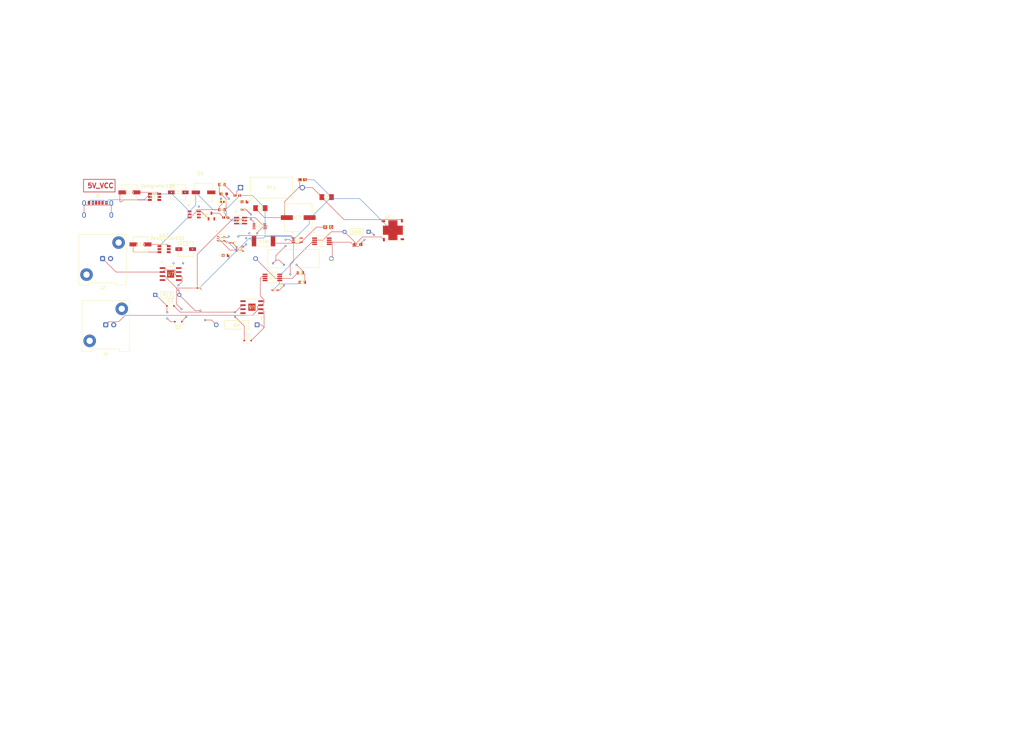
<source format=kicad_pcb>
(kicad_pcb (version 20240108) (generator "pcbnew") (generator_version "8.0")
  (layers (0 "F.Cu" signal "Front") (1 "In1.Cu" signal) (2 "In2.Cu" signal) (31 "B.Cu" signal "Back") (34 "B.Paste" user) (35 "F.Paste" user) (36 "B.SilkS" user "B.Silkscreen") (37 "F.SilkS" user "F.Silkscreen") (38 "B.Mask" user) (39 "F.Mask" user) (44 "Edge.Cuts" user))
  (net 0 "")
  (net 1 "GND")
  (net 2 "5V_VCC")
  (net 3 "Net-(C2-Pad1)")
  (net 4 "Net-(C3-Pad1)")
  (net 5 "Net-(C15-Pad1)")
  (net 6 "Net-(U4-OUTPUT)")
  (net 7 "Net-(U4-INVERTINGINPUT)")
  (net 8 "Net-(D3-K)")
  (net 9 "Net-(U14-1Y)")
  (net 10 "Net-(U10-Y)")
  (net 11 "Net-(U9-A)")
  (net 12 "Net-(U11-CAP-)")
  (net 13 "Net-(U11-CAP+)")
  (net 14 "Net-(U13-CAP-)")
  (net 15 "Net-(U13-CAP+)")
  (net 16 "-5V_VEE1")
  (net 17 "Net-(U11-OUT)")
  (net 18 "-5V_VEE2")
  (net 19 "Net-(U13-OUT)")
  (net 20 "Net-(D1-A)")
  (net 21 "Net-(D1-K)")
  (net 22 "Net-(D2-K)")
  (net 23 "unconnected-(J1-SHIELD-PadS1)")
  (net 26 "Net-(J2-In)")
  (net 28 "Net-(J4-In)")
  (net 30 "Net-(R1-Pad2)")
  (net 31 "Net-(U4-NONINVERTINGINPUT)")
  (net 32 "Net-(U5-INVERTINGINPUT)")
  (net 33 "Net-(U1-FB)")
  (net 34 "Net-(U8-IN-)")
  (net 35 "Net-(U1-LX)")
  (net 52 "Net-(U10-A)")
  (net 53 "Net-(U10-B)")
  (net 55 "Net-(U12-IN)")
  (footprint "ul_CRG0603F100K:RES0603_CRG_TYCO_TYC-M" (layer "F.Cu") (at 58.8001 47.5)
    (property "Reference" "R3")
    (property "Value" "CRG0603F100K")
  )
  (footprint "ul_CRG0603F100K:RES0603_CRG_TYCO_TYC-M" (layer "F.Cu") (at 83.6999 75.5 180)
    (property "Reference" "R5")
    (property "Value" "CRG0603F10K")
  )
  (footprint "Connector_Coaxial:BNC_Amphenol_031-5539_Vertical" (layer "F.Cu") (at 22 92)
    (property "Reference" "J4")
    (property "Value" "Conn_Coaxial_Small")
  )
  (footprint "ul_GRM0335C1E100JA01D:G-033_MUR-M" (layer "F.Cu") (at 65.4826 55.5)
    (property "Reference" "C9")
    (property "Value" "GRM0335C1E100JA01D")
  )
  (footprint "footprints:SOT23_2P9X1P3_DIO-L" (layer "F.Cu") (at 55.5 57.5)
    (property "Reference" "U2")
    (property "Value" "ZHCS500TA")
  )
  (footprint "ul_EEE-FK1H101P:CAP_8 X 10.2_PAN" (layer "F.Cu") (at 83 58)
    (property "Reference" "C7")
    (property "Value" "EEE-FK1H101P")
  )
  (footprint "ul_C0603C510J5GACTU:CAPC17595_87N_KEM-M" (layer "F.Cu") (at 84.329399 46)
    (property "Reference" "C15")
    (property "Value" "C0603C510J5GACTU")
  )
  (footprint "ul_RNC50J1341BSB14:ERC50_VIS" (layer "F.Cu") (at 105.31 62.5 180)
    (property "Reference" "R10")
    (property "Value" "RNC50J1341BSB14")
  )
  (footprint "ul_OPA354AIDDA:DDA8_2P28X2P28-M" (layer "F.Cu") (at 68.32575 86.405 180)
    (property "Reference" "U6")
    (property "Value" "OPA354AIDDA")
  )
  (footprint "SN74AHC1G00DCKR:DCK5-L" (layer "F.Cu") (at 64.5 68)
    (property "Reference" "U9")
    (property "Value" "SN74AHC1G00DCKR")
  )
  (footprint "ul_06031A100JAT2A:CAP_0603G_AVX-M" (layer "F.Cu") (at 101.9017 66.5 180)
    (property "Reference" "C6")
    (property "Value" "06031A100JAT2A")
  )
  (footprint "MICROFC-60035-SMT-TR1:XDCR_MICROFC-60035-SMT-TR1" (layer "F.Cu") (at 113 62)
    (property "Reference" "U3")
    (property "Value" "MICROFC-60035-SMT-TR1")
  )
  (footprint "ul_MAX5025EUT-T:21-0058I_MXM-M" (layer "F.Cu") (at 50.03315 57)
    (property "Reference" "U1")
    (property "Value" "MAX5025EUT+T")
  )
  (footprint "ul_ECH-U1H103GX5:CAP_H2_PAN-M" (layer "F.Cu") (at 71 55)
    (property "Reference" "C4")
    (property "Value" "ECH-U1H103GX5")
  )
  (footprint "ul_GRM0335C1E100JA01D:G-033_MUR" (layer "F.Cu") (at 62 66)
    (property "Reference" "C10")
    (property "Value" "GRM0335C1E100JA01D")
  )
  (footprint "M55342E06B400BRT0:M55342&slash_12_VIS-M" (layer "F.Cu") (at 60 70)
    (property "Reference" "REF**")
    (property "Value" "M55342/12_VIS")
  )
  (footprint "ul_ERJ-6GEYJ204V:RC0805N_PAN-M" (layer "F.Cu") (at 92.5 61)
    (property "Reference" "R16")
    (property "Value" "ERJ-6GEYJ204V")
  )
  (footprint "ul_OPA695IDGKT:DGK8-M" (layer "F.Cu") (at 74.81775 76.974999 180)
    (property "Reference" "U5")
    (property "Value" "OPA695IDGKT")
  )
  (footprint "ul_ERJ-3EKF2002V:RC0603N_PAN-M" (layer "F.Cu") (at 59.379399 50.5)
    (property "Reference" "R1")
    (property "Value" "ERJ-3EKF2002V")
  )
  (footprint "SN74LVC2G02DCUR:DCU8_TEX-M" (layer "F.Cu") (at 70.6764 60.750001 180)
    (property "Reference" "U14")
    (property "Value" "SN74LVC2G02DCUR")
  )
  (footprint "ul_ROX3SJ10R:res2_1-1625892-1_TEC" (layer "F.Cu") (at 93.499999 71 180)
    (property "Reference" "R7")
    (property "Value" "ROX3SJ10R")
  )
  (footprint "ul_LM2664M6X-NOPB:DBV0006A_M" (layer "F.Cu") (at 40.5 68)
    (property "Reference" "U13")
    (property "Value" "LM2664M6X/NOPB")
  )
  (footprint "ul_EEE-1HA3R3SR:CAP_EEE_B_PAN" (layer "F.Cu") (at 45 50 180)
    (property "Reference" "C13")
    (property "Value" "EEE-1HA3R3SR")
  )
  (footprint "ul_CRG0603F100K:RES0603_CRG_TYCO_TYC-M" (layer "F.Cu") (at 58.8001 55.5)
    (property "Reference" "R6")
    (property "Value" "CRG0603F10K")
  )
  (footprint "Connector_Coaxial:BNC_Amphenol_031-5539_Vertical" (layer "F.Cu") (at 21 71)
    (property "Reference" "J2")
    (property "Value" "Conn_Coaxial_Small")
  )
  (footprint "M55342E06B400BRT0:M55342&slash_12_VIS-M" (layer "F.Cu") (at 66 53)
    (property "Reference" "REF**")
    (property "Value" "M55342/12_VIS")
  )
  (footprint "ul_CRG0402F20K:RES0402_CRG_TYCO_TYC-M" (layer "F.Cu") (at 59.0207 53)
    (property "Reference" "R18")
    (property "Value" "CRG0402F20K")
  )
  (footprint "Connector_USB:USB_C_Receptacle_GCT_USB4125-xx-x-0190_6P_TopMnt_Horizontal" (layer "F.Cu") (at 19.4595 56.3705)
    (property "Reference" "J1")
    (property "Value" "USB_C_Receptacle_PowerOnly_6P")
  )
  (footprint "ul_EEE-FK1V220R:CAP_EEFK_C_PAN" (layer "F.Cu") (at 53 50 180)
    (property "Reference" "C1")
    (property "Value" "EEE-FK1V220R")
  )
  (footprint "ul_TLV3601QDCKRQ1:SC70-5_DCK_TEX-M" (layer "F.Cu") (at 82.72555 65.149999)
    (property "Reference" "U8")
    (property "Value" "TLV3601QDCKRQ1")
  )
  (footprint "ul_GRM0335C1E100JA01D:G-033_MUR-M" (layer "F.Cu") (at 51.504951 80.350001)
    (property "Reference" "C8")
    (property "Value" "GRM0335C1E100JA01D")
  )
  (footprint "Diode_SMD:D_SOD-323F" (layer "F.Cu") (at 67 97)
    (property "Reference" "D1")
    (property "Value" "BAT54J")
  )
  (footprint "ul_LM2664M6X-NOPB:DBV0006A_M" (layer "F.Cu") (at 37.475001 51.450001)
    (property "Reference" "U11")
    (property "Value" "LM2664M6X/NOPB")
  )
  (footprint "ul_ERJ-1TYJ202U:RC2512N_PAN-M" (layer "F.Cu") (at 72 65.5 180)
    (property "Reference" "R14")
    (property "Value" "ERJ-1TYJ202U")
  )
  (footprint "ul_OPA354AIDDA:DDA8_2P28X2P28" (layer "F.Cu") (at 42.5654 75.905)
    (property "Reference" "U7")
    (property "Value" "OPA354AIDDA")
  )
  (footprint "ul_ECH-U1H103GX5:CAP_H2_PAN-M" (layer "F.Cu") (at 92.0113 51.5)
    (property "Reference" "C5")
    (property "Value" "ECH-U1H103GX5")
  )
  (footprint "SN74AHC1G00DCKR:DCK5-L" (layer "F.Cu") (at 58.52235 64.649999)
    (property "Reference" "U10")
    (property "Value" "SN74AHC1G00DCKR")
  )
  (footprint "ul_GRM155R60J475ME87D:CAP_GRM15-5_MUR-M" (layer "F.Cu") (at 60 58)
    (property "Reference" "C2")
    (property "Value" "GRM155R60J475ME87D")
  )
  (footprint "ul_ERJ-2GEJ202X:RC0402N_PAN-M" (layer "F.Cu") (at 75.654399 81 180)
    (property "Reference" "R4")
    (property "Value" "ERJ-2GEJ202X")
  )
  (footprint "ul_GRM155R60J106ME05D:CAP_GRM155R60J106ME05D_MUR-M" (layer "F.Cu") (at 63.6985 51)
    (property "Reference" "C3")
    (property "Value" "GRM155R60J106ME05D")
  )
  (footprint "Diode_SMD:D_SOD-323F" (layer "F.Cu") (at 42.5 86)
    (property "Reference" "D2")
    (property "Value" "BAT54J")
  )
  (footprint "ul_EEE-1HA3R3SR:CAP_EEE_B_PAN" (layer "F.Cu") (at 47.341 68 180)
    (property "Reference" "C14")
    (property "Value" "EEE-1HA3R3SR")
  )
  (footprint "ul_CMF552K2300BHEB:RES_CMF07_VIS" (layer "F.Cu") (at 69.977 92 180)
    (property "Reference" "R9")
    (property "Value" "CMF552K2300BHEB")
  )
  (footprint "ul_RNC50J1341BSB14:ERC50_VIS" (layer "F.Cu") (at 37.69 82.5)
    (property "Reference" "R13")
    (property "Value" "RNC50J1341BSB14")
  )
  (footprint "Diode_SMD:D_SOD-323F" (layer "F.Cu") (at 45 91 180)
    (property "Reference" "D3")
    (property "Value" "BAT54J")
  )
  (footprint "ul_CRG0603F100K:RES0603_CRG_TYCO_TYC-M" (layer "F.Cu") (at 84.3001 78.5)
    (property "Reference" "R2")
    (property "Value" "CRG0603F10K")
  )
  (footprint "ul_ADG1201BRJZ-REEL7:RJ_6_ADI-M" (layer "F.Cu") (at 64.73 58.950001)
    (property "Reference" "U12")
    (property "Value" "ADG1201BRJZ-REEL7")
  )
  (footprint "ul_OPA695IDGKT:DGK8-M" (layer "F.Cu") (at 90.5 65.5)
    (property "Reference" "U4")
    (property "Value" "OPA695IDGKT")
  )
  (footprint "ul_UPW50B50RV:RES_UPW50_TYCO_TYC" (layer "F.Cu") (at 64.70957 48.5)
    (property "Reference" "R11")
    (property "Value" "UPW50B500RV")
  )
  (footprint "ul_EEE-1HA3R3SR:CAP_EEE_B_PAN-M" (layer "F.Cu") (at 33 66.5 180)
    (property "Reference" "C12")
    (property "Value" "EEE-1HA3R3SR")
  )
  (footprint "ul_EEE-1HA3R3SR:CAP_EEE_B_PAN-M" (layer "F.Cu") (at 29.5 50 180)
    (property "Reference" "C11")
    (property "Value" "EEE-1HA3R3SR")
  )
  (gr_text_box "5V_VCC\n" (start 14.9595 45.8705) (end 24.9595 49.8705) (layer "F.Cu") (effects (font (size 1.5 1.5) (thickness 0.3) (bold yes)) (justify left top)) (border yes) (stroke (width 0.2)))
  (via (at 59.2126 70) (size 0.6) (drill 0.3) (layers "F.Cu" "B.Cu") (net 0))
  (segment (start 22.1245 53.2055) (end 22.2095 53.2905) (width 0.127) (layer "F.Cu") (net 1))
  (via (at 22.1245 53.2055) (size 0.6) (drill 0.3) (layers "F.Cu" "B.Cu") (net 1))
  (segment (start 72.5 55) (end 72.5 60) (width 0.127) (layer "B.Cu") (net 1))
  (segment (start 63.5 68.5) (end 60.5 65.5) (width 0.127) (layer "B.Cu") (net 1))
  (segment (start 50.5 54) (end 50.5 50) (width 0.127) (layer "B.Cu") (net 1))
  (segment (start 17 53) (end 16.5 53.5) (width 0.127) (layer "B.Cu") (net 1))
  (segment (start 60.5 55) (end 64.5 51) (width 0.127) (layer "B.Cu") (net 1))
  (segment (start 60.5 71.5) (end 61 71) (width 0.127) (layer "B.Cu") (net 1))
  (segment (start 22.1245 53.2055) (end 23 52.33) (width 0.127) (layer "B.Cu") (net 1))
  (segment (start 72.5 64) (end 80.5 64) (width 0.127) (layer "B.Cu") (net 1))
  (segment (start 60 55) (end 60.5 55) (width 0.127) (layer "B.Cu") (net 1))
  (segment (start 62 59) (end 63.5 59) (width 0.127) (layer "B.Cu") (net 1))
  (segment (start 94 52) (end 102.5 52) (width 0.127) (layer "B.Cu") (net 1))
  (segment (start 77 76.5) (end 77 79) (width 0.127) (layer "B.Cu") (net 1))
  (segment (start 81.5 72) (end 77 76.5) (width 0.127) (layer "B.Cu") (net 1))
  (segment (start 48.5 56) (end 50.5 54) (width 0.127) (layer "B.Cu") (net 1))
  (segment (start 93.5 51.5) (end 94 52) (width 0.127) (layer "B.Cu") (net 1))
  (segment (start 64.5 51) (end 68.5 51) (width 0.127) (layer "B.Cu") (net 1))
  (segment (start 48 57.5) (end 48 58) (width 0.127) (layer "B.Cu") (net 1))
  (segment (start 36 50.5) (end 43 50.5) (width 0.127) (layer "B.Cu") (net 1))
  (segment (start 48 58) (end 39 67) (width 0.127) (layer "B.Cu") (net 1))
  (segment (start 93.5 51.5) (end 88 46) (width 0.127) (layer "B.Cu") (net 1))
  (segment (start 61 58) (end 62 59) (width 0.127) (layer "B.Cu") (net 1))
  (segment (start 77 79) (end 83 79) (width 0.127) (layer "B.Cu") (net 1))
  (segment (start 21.419 52.5) (end 17 52.5) (width 0.127) (layer "B.Cu") (net 1))
  (segment (start 102.5 52) (end 112.5 62) (width 0.127) (layer "B.Cu") (net 1))
  (segment (start 68.5 51) (end 72.5 55) (width 0.127) (layer "B.Cu") (net 1))
  (segment (start 72 64.5) (end 67.5 64.5) (width 0.127) (layer "B.Cu") (net 1))
  (segment (start 52 80.5) (end 52.5 81) (width 0.127) (layer "B.Cu") (net 1))
  (segment (start 34.17 52.33) (end 36 50.5) (width 0.127) (layer "B.Cu") (net 1))
  (segment (start 81.5 65) (end 81.5 72) (width 0.127) (layer "B.Cu") (net 1))
  (segment (start 72.5 64) (end 72 64.5) (width 0.127) (layer "B.Cu") (net 1))
  (segment (start 86.5 58.5) (end 93.5 51.5) (width 0.127) (layer "B.Cu") (net 1))
  (segment (start 56 55.5) (end 59.5 55.5) (width 0.127) (layer "B.Cu") (net 1))
  (segment (start 72.5 60) (end 72.5 64) (width 0.127) (layer "B.Cu") (net 1))
  (segment (start 52 80) (end 52 80.5) (width 0.127) (layer "B.Cu") (net 1))
  (segment (start 22.1245 53.2055) (end 21.419 52.5) (width 0.127) (layer "B.Cu") (net 1))
  (segment (start 63.5 68.5) (end 60.5 71.5) (width 0.127) (layer "B.Cu") (net 1))
  (segment (start 68.5 65.5) (end 69 65.5) (width 0.127) (layer "B.Cu") (net 1))
  (segment (start 59.5 55.5) (end 59.5 56.5) (width 0.127) (layer "B.Cu") (net 1))
  (segment (start 48.5 57) (end 48 57.5) (width 0.127) (layer "B.Cu") (net 1))
  (segment (start 88 46) (end 85 46) (width 0.127) (layer "B.Cu") (net 1))
  (segment (start 63.5 59) (end 63.5 60) (width 0.127) (layer "B.Cu") (net 1))
  (segment (start 67.5 64.5) (end 63.5 68.5) (width 0.127) (layer "B.Cu") (net 1))
  (segment (start 48.5 56) (end 48.5 57) (width 0.127) (layer "B.Cu") (net 1))
  (segment (start 80.5 64) (end 81.5 65) (width 0.127) (layer "B.Cu") (net 1))
  (segment (start 23 52.33) (end 34.17 52.33) (width 0.127) (layer "B.Cu") (net 1))
  (segment (start 86.5 60) (end 86.5 58.5) (width 0.127) (layer "B.Cu") (net 1))
  (segment (start 43 50.5) (end 48.5 56) (width 0.127) (layer "B.Cu") (net 1))
  (segment (start 50.5 50) (end 56 55.5) (width 0.127) (layer "B.Cu") (net 1))
  (segment (start 17 52.5) (end 17 53) (width 0.127) (layer "B.Cu") (net 1))
  (segment (start 60.5 65.5) (end 57.5 65.5) (width 0.127) (layer "B.Cu") (net 1))
  (segment (start 77 79) (end 75 81) (width 0.127) (layer "B.Cu") (net 1))
  (segment (start 67.5 64.5) (end 68.5 65.5) (width 0.127) (layer "B.Cu") (net 1))
  (segment (start 59.5 56.5) (end 61 58) (width 0.127) (layer "B.Cu") (net 1))
  (segment (start 61 71) (end 61 70) (width 0.127) (layer "B.Cu") (net 1))
  (segment (start 59.5 55.5) (end 60 55) (width 0.127) (layer "B.Cu") (net 1))
  (segment (start 83 79) (end 83.5 78.5) (width 0.127) (layer "B.Cu") (net 1))
  (segment (start 60.5 71.5) (end 52 80) (width 0.127) (layer "B.Cu") (net 1))
  (segment (start 63.5 60) (end 66 60) (width 0.127) (layer "B.Cu") (net 1))
  (segment (start 81.5 65) (end 86.5 60) (width 0.127) (layer "B.Cu") (net 1))
  (via (at 67.5 63) (size 0.6) (drill 0.3) (layers "F.Cu" "B.Cu") (net 2))
  (via (at 51.5 54.5) (size 0.6) (drill 0.3) (layers "F.Cu" "B.Cu") (net 2))
  (via (at 43.5 72.5) (size 0.6) (drill 0.3) (layers "F.Cu" "B.Cu") (net 2))
  (via (at 46.5 72.5) (size 0.6) (drill 0.3) (layers "F.Cu" "B.Cu") (net 2))
  (via (at 66.5 64.5) (size 0.6) (drill 0.3) (layers "F.Cu" "B.Cu") (net 2))
  (via (at 17.9395 53.2905) (size 0.6) (drill 0.3) (layers "F.Cu" "B.Cu") (net 2))
  (segment (start 58 50) (end 58 47.5) (width 0.127) (layer "F.Cu") (net 3))
  (segment (start 55.5 56.611) (end 57.9379 56.611) (width 0.127) (layer "F.Cu") (net 3))
  (segment (start 59.3269 58) (end 60.1463 57.1806) (width 0.127) (layer "F.Cu") (net 3))
  (segment (start 57.9379 56.611) (end 59.3269 58) (width 0.127) (layer "F.Cu") (net 3))
  (segment (start 60.1463 52.1463) (end 58.5 50.5) (width 0.127) (layer "F.Cu") (net 3))
  (segment (start 60.1463 57.1806) (end 60.1463 52.1463) (width 0.127) (layer "F.Cu") (net 3))
  (segment (start 58.5 50.5) (end 58 50) (width 0.127) (layer "F.Cu") (net 3))
  (segment (start 63 51) (end 63.5 50.5) (width 0.127) (layer "F.Cu") (net 4))
  (segment (start 59.6002 47.5) (end 59.6002 47.6002) (width 0.127) (layer "F.Cu") (net 4))
  (segment (start 59.6002 47.6002) (end 63 51) (width 0.127) (layer "F.Cu") (net 4))
  (segment (start 63.5 49.70957) (end 64.70957 48.5) (width 0.127) (layer "F.Cu") (net 4))
  (segment (start 63.5 50.5) (end 63.5 49.70957) (width 0.127) (layer "F.Cu") (net 4))
  (segment (start 90.5 51.640604) (end 97.508846 58.64945) (width 0.127) (layer "F.Cu") (net 5))
  (segment (start 83.122998 48.5) (end 78.7455 52.877498) (width 0.127) (layer "F.Cu") (net 5))
  (segment (start 84.290431 48.5) (end 87.5 48.5) (width 0.127) (layer "F.Cu") (net 5))
  (segment (start 72.3109 58) (end 79.3932 58) (width 0.127) (layer "F.Cu") (net 5))
  (segment (start 78.7455 57.3523) (end 79.3932 58) (width 0.127) (layer "F.Cu") (net 5))
  (segment (start 78.7455 52.877498) (end 78.7455 57.3523) (width 0.127) (layer "F.Cu") (net 5))
  (segment (start 84.290431 48.5) (end 83.122998 48.5) (width 0.127) (layer "F.Cu") (net 5))
  (segment (start 83.122998 48.5) (end 83.5 48.122998) (width 0.127) (layer "F.Cu") (net 5))
  (segment (start 87.5 48.5) (end 90.5 51.5) (width 0.127) (layer "F.Cu") (net 5))
  (segment (start 69.4887 55.1778) (end 72.3109 58) (width 0.127) (layer "F.Cu") (net 5))
  (segment (start 90.5 51.5) (end 90.5 51.640604) (width 0.127) (layer "F.Cu") (net 5))
  (segment (start 115.49945 58.64945) (end 115.85 59) (width 0.127) (layer "F.Cu") (net 5))
  (segment (start 97.508846 58.64945) (end 115.49945 58.64945) (width 0.127) (layer "F.Cu") (net 5))
  (segment (start 69.4887 55) (end 69.4887 55.1778) (width 0.127) (layer "F.Cu") (net 5))
  (segment (start 83.5 48.122998) (end 83.5 46) (width 0.127) (layer "F.Cu") (net 5))
  (segment (start 100.2761 67.1985) (end 102.1049 67.1985) (width 0.127) (layer "F.Cu") (net 6))
  (segment (start 92.81775 65.825001) (end 93.7131 65.825001) (width 0.127) (layer "F.Cu") (net 6))
  (segment (start 99.601101 65.825001) (end 100.2761 66.5) (width 0.127) (layer "F.Cu") (net 6))
  (segment (start 93.7766 70.723401) (end 93.500001 71) (width 0.127) (layer "F.Cu") (net 6))
  (segment (start 102.8034 66.1966) (end 104 65) (width 0.127) (layer "F.Cu") (net 6))
  (segment (start 102.1049 67.1985) (end 102.8034 66.5) (width 0.127) (layer "F.Cu") (net 6))
  (segment (start 100.2761 66.5) (end 100.2761 67.1985) (width 0.127) (layer "F.Cu") (net 6))
  (segment (start 107 63.5) (end 106 62.5) (width 0.127) (layer "F.Cu") (net 6))
  (segment (start 106 62.5) (end 105.31 62.5) (width 0.127) (layer "F.Cu") (net 6))
  (segment (start 102.8034 66.5) (end 102.8034 66.1966) (width 0.127) (layer "F.Cu") (net 6))
  (segment (start 93.7766 65.888501) (end 93.7766 70.723401) (width 0.127) (layer "F.Cu") (net 6))
  (segment (start 93.7131 65.825001) (end 93.7766 65.888501) (width 0.127) (layer "F.Cu") (net 6))
  (segment (start 92.81775 65.825001) (end 99.601101 65.825001) (width 0.127) (layer "F.Cu") (net 6))
  (via (at 107 63.5) (size 0.6) (drill 0.3) (layers "F.Cu" "B.Cu") (net 6))
  (via (at 104 65) (size 0.6) (drill 0.3) (layers "F.Cu" "B.Cu") (net 6))
  (segment (start 101 65.81) (end 101 66.5) (width 0.127) (layer "F.Cu") (net 7))
  (segment (start 88.18225 65.174999) (end 90.802502 65.174999) (width 0.127) (layer "F.Cu") (net 7))
  (segment (start 109.268601 64.118601) (end 110.15 65) (width 0.127) (layer "F.Cu") (net 7))
  (segment (start 90.802502 65.174999) (end 93.477501 62.5) (width 0.127) (layer "F.Cu") (net 7))
  (segment (start 93.477501 62.5) (end 97.69 62.5) (width 0.127) (layer "F.Cu") (net 7))
  (segment (start 103.381399 64.118601) (end 109.268601 64.118601) (width 0.127) (layer "F.Cu") (net 7))
  (segment (start 97.69 62.5) (end 101 65.81) (width 0.127) (layer "F.Cu") (net 7))
  (segment (start 101 66.5) (end 103.381399 64.118601) (width 0.127) (layer "F.Cu") (net 7))
  (segment (start 44.432301 80.350001) (end 51.022351 80.350001) (width 0.127) (layer "F.Cu") (net 8))
  (segment (start 47.5 89.5) (end 46.1 90.9) (width 0.127) (layer "F.Cu") (net 8))
  (segment (start 44.432301 85.432301) (end 46 87) (width 0.127) (layer "F.Cu") (net 8))
  (segment (start 51.022351 80.350001) (end 51.022351 69.645799) (width 0.127) (layer "F.Cu") (net 8))
  (segment (start 51.022351 69.645799) (end 62.162649 58.505501) (width 0.127) (layer "F.Cu") (net 8))
  (segment (start 40 76.54) (end 40.6223 76.54) (width 0.127) (layer "F.Cu") (net 8))
  (segment (start 65.5555 58.505501) (end 66 58.950001) (width 0.127) (layer "F.Cu") (net 8))
  (segment (start 62.162649 58.505501) (end 65.5555 58.505501) (width 0.127) (layer "F.Cu") (net 8))
  (segment (start 44.432301 80.350001) (end 44.432301 85.432301) (width 0.127) (layer "F.Cu") (net 8))
  (segment (start 40.6223 76.54) (end 44.432301 80.350001) (width 0.127) (layer "F.Cu") (net 8))
  (segment (start 46.1 90.9) (end 46.1 91) (width 0.127) (layer "F.Cu") (net 8))
  (via (at 46 87) (size 0.6) (drill 0.3) (layers "F.Cu" "B.Cu") (net 8))
  (via (at 47.5 89.5) (size 0.6) (drill 0.3) (layers "F.Cu" "B.Cu") (net 8))
  (segment (start 69 61.000001) (end 69 60) (width 0.127) (layer "F.Cu") (net 9))
  (segment (start 65.9652 55.5) (end 66 55.5) (width 0.127) (layer "F.Cu") (net 9))
  (segment (start 65.8001 55.6651) (end 65.1651 55.6651) (width 0.127) (layer "F.Cu") (net 9))
  (segment (start 66 55.5) (end 66.5 55.5) (width 0.127) (layer "F.Cu") (net 9))
  (segment (start 69 59.5) (end 69 60) (width 0.127) (layer "F.Cu") (net 9))
  (segment (start 65 55.5) (end 65.1651 55.3349) (width 0.127) (layer "F.Cu") (net 9))
  (segment (start 65.9652 55.5) (end 65.8001 55.6651) (width 0.127) (layer "F.Cu") (net 9))
  (segment (start 65.1651 55.6651) (end 65 55.5) (width 0.127) (layer "F.Cu") (net 9))
  (segment (start 66.5 55.5) (end 68 57) (width 0.127) (layer "F.Cu") (net 9))
  (segment (start 66.3349 55.3349) (end 68 57) (width 0.127) (layer "F.Cu") (net 9))
  (segment (start 65.1651 55.3349) (end 66.3349 55.3349) (width 0.127) (layer "F.Cu") (net 9))
  (segment (start 68 58.5) (end 69 59.5) (width 0.127) (layer "F.Cu") (net 9))
  (via (at 65 55.5) (size 0.6) (drill 0.3) (layers "F.Cu" "B.Cu") (net 9))
  (via (at 66 55.5) (size 0.6) (drill 0.3) (layers "F.Cu" "B.Cu") (net 9))
  (via (at 68 57) (size 0.6) (drill 0.3) (layers "F.Cu" "B.Cu") (net 9))
  (via (at 68 58.5) (size 0.6) (drill 0.3) (layers "F.Cu" "B.Cu") (net 9))
  (segment (start 61.619 66) (end 60.244702 66) (width 0.127) (layer "F.Cu") (net 10))
  (segment (start 60.244702 66) (end 59.5447 65.299998) (width 0.127) (layer "F.Cu") (net 10))
  (segment (start 62.381 66.253351) (end 63.47765 67.350001) (width 0.127) (layer "F.Cu") (net 11))
  (segment (start 63.47765 67.350001) (end 63.47765 68) (width 0.127) (layer "F.Cu") (net 11))
  (segment (start 62.381 66) (end 62.381 66.253351) (width 0.127) (layer "F.Cu") (net 11))
  (segment (start 26.5 50.7902) (end 26.5 53) (width 0.127) (layer "F.Cu") (net 12))
  (segment (start 26.5 53) (end 27 53) (width 0.127) (layer "F.Cu") (net 12))
  (segment (start 27.2902 50) (end 26.5 50.7902) (width 0.127) (layer "F.Cu") (net 12))
  (segment (start 27 53) (end 27.600001 52.399999) (width 0.127) (layer "F.Cu") (net 12))
  (segment (start 27.600001 52.399999) (end 36 52.399999) (width 0.127) (layer "F.Cu") (net 12))
  (segment (start 31.7098 50) (end 33.159801 50) (width 0.127) (layer "F.Cu") (net 13))
  (segment (start 38.434499 49.9845) (end 38.949999 50.5) (width 0.127) (layer "F.Cu") (net 13))
  (segment (start 33.159801 50) (end 33.175301 49.9845) (width 0.127) (layer "F.Cu") (net 13))
  (segment (start 33.175301 49.9845) (end 38.434499 49.9845) (width 0.127) (layer "F.Cu") (net 13))
  (segment (start 30.7394 66.5508) (end 30.7394 68.723404) (width 0.127) (layer "F.Cu") (net 14))
  (segment (start 30.7902 66.5) (end 30.7394 66.5508) (width 0.127) (layer "F.Cu") (net 14))
  (segment (start 30.965994 68.949998) (end 39.024999 68.949998) (width 0.127) (layer "F.Cu") (net 14))
  (segment (start 30.7394 68.723404) (end 30.965994 68.949998) (width 0.127) (layer "F.Cu") (net 14))
  (segment (start 35.2098 66.5) (end 41.424999 66.5) (width 0.127) (layer "F.Cu") (net 15))
  (segment (start 41.424999 66.5) (end 41.974998 67.049999) (width 0.127) (layer "F.Cu") (net 15))
  (via (at 47.159 50) (size 0.6) (drill 0.3) (layers "F.Cu" "B.Cu") (net 16))
  (via (at 42.841 50) (size 0.6) (drill 0.3) (layers "F.Cu" "B.Cu") (net 17))
  (via (at 49.5 68) (size 0.6) (drill 0.3) (layers "F.Cu" "B.Cu") (net 18))
  (via (at 45.182 68) (size 0.6) (drill 0.3) (layers "F.Cu" "B.Cu") (net 19))
  (segment (start 71.1515 87.04) (end 71.36105 87.04) (width 0.127) (layer "F.Cu") (net 20))
  (segment (start 69.977 92) (end 71.3477 92) (width 0.127) (layer "F.Cu") (net 20))
  (segment (start 71.3477 92) (end 72.17385 92.82615) (width 0.127) (layer "F.Cu") (net 20))
  (segment (start 72.17385 87.8528) (end 72.17385 92.82615) (width 0.127) (layer "F.Cu") (net 20))
  (segment (start 71.36105 87.04) (end 72.17385 87.8528) (width 0.127) (layer "F.Cu") (net 20))
  (segment (start 72.17385 92.82615) (end 72.17385 92.92615) (width 0.127) (layer "F.Cu") (net 20))
  (segment (start 72.17385 92.92615) (end 68.1 97) (width 0.127) (layer "F.Cu") (net 20))
  (segment (start 65.23 85.77) (end 65.5 85.77) (width 0.127) (layer "F.Cu") (net 21))
  (segment (start 45.5905 87.9905) (end 63 87.9905) (width 0.127) (layer "F.Cu") (net 21))
  (segment (start 43.6 86) (end 45.5905 87.9905) (width 0.127) (layer "F.Cu") (net 21))
  (segment (start 63 87.9905) (end 63.0095 87.9905) (width 0.127) (layer "F.Cu") (net 21))
  (segment (start 65.9 92.4) (end 65.9 97) (width 0.127) (layer "F.Cu") (net 21))
  (segment (start 63.0095 87.9905) (end 65.23 85.77) (width 0.127) (layer "F.Cu") (net 21))
  (segment (start 63 89.5) (end 65.9 92.4) (width 0.127) (layer "F.Cu") (net 21))
  (via (at 63 87.9905) (size 0.6) (drill 0.3) (layers "F.Cu" "B.Cu") (net 21))
  (via (at 63 89.5) (size 0.6) (drill 0.3) (layers "F.Cu" "B.Cu") (net 21))
  (segment (start 41.4 87.9) (end 41.5 88) (width 0.127) (layer "F.Cu") (net 22))
  (segment (start 42.5 91) (end 43.9 91) (width 0.127) (layer "F.Cu") (net 22))
  (segment (start 37.9 82.5) (end 41.4 86) (width 0.127) (layer "F.Cu") (net 22))
  (segment (start 41.4 86) (end 41.4 87.9) (width 0.127) (layer "F.Cu") (net 22))
  (segment (start 41.5 90) (end 42.5 91) (width 0.127) (layer "F.Cu") (net 22))
  (segment (start 37.69 82.5) (end 37.9 82.5) (width 0.127) (layer "F.Cu") (net 22))
  (via (at 41.5 90) (size 0.6) (drill 0.3) (layers "F.Cu" "B.Cu") (net 22))
  (via (at 41.5 88) (size 0.6) (drill 0.3) (layers "F.Cu" "B.Cu") (net 22))
  (segment (start 15.1395 53.3705) (end 15.85 54.081) (width 0.127) (layer "F.Cu") (net 23))
  (segment (start 15.85 54.081) (end 23.069 54.081) (width 0.127) (layer "F.Cu") (net 23))
  (segment (start 23.7795 53.3705) (end 23.7795 57.1705) (width 0.127) (layer "F.Cu") (net 23))
  (segment (start 23.069 54.081) (end 23.7795 53.3705) (width 0.127) (layer "F.Cu") (net 23))
  (segment (start 15.1395 57.1705) (end 15.1395 53.3705) (width 0.127) (layer "F.Cu") (net 23))
  (segment (start 44 76.0315) (end 44.5085 76.54) (width 0.127) (layer "F.Cu") (net 26))
  (segment (start 44.5085 76.54) (end 45.1308 76.54) (width 0.127) (layer "F.Cu") (net 26))
  (segment (start 40 75.27) (end 40.6955 74.5745) (width 0.127) (layer "F.Cu") (net 26))
  (segment (start 55.523 90.5) (end 57.023 92) (width 0.127) (layer "F.Cu") (net 26))
  (segment (start 21 71) (end 25.27 75.27) (width 0.127) (layer "F.Cu") (net 26))
  (segment (start 45.31 82.5) (end 50.31 87.5) (width 0.127) (layer "F.Cu") (net 26))
  (segment (start 45.1308 76.54) (end 45.7531 76.54) (width 0.127) (layer "F.Cu") (net 26))
  (segment (start 46.2103 76.9972) (end 46.2103 78.2897) (width 0.127) (layer "F.Cu") (net 26))
  (segment (start 45.7531 76.54) (end 46.2103 76.9972) (width 0.127) (layer "F.Cu") (net 26))
  (segment (start 25.27 75.27) (end 40 75.27) (width 0.127) (layer "F.Cu") (net 26))
  (segment (start 43.8959 74.5745) (end 44 74.6786) (width 0.127) (layer "F.Cu") (net 26))
  (segment (start 45 81) (end 45.31 81.31) (width 0.127) (layer "F.Cu") (net 26))
  (segment (start 44 74.6786) (end 44 76.0315) (width 0.127) (layer "F.Cu") (net 26))
  (segment (start 45.31 81.31) (end 45.31 82.5) (width 0.127) (layer "F.Cu") (net 26))
  (segment (start 50.31 87.5) (end 52 87.5) (width 0.127) (layer "F.Cu") (net 26))
  (segment (start 46.2103 78.2897) (end 45 79.5) (width 0.127) (layer "F.Cu") (net 26))
  (segment (start 40.6955 74.5745) (end 43.8959 74.5745) (width 0.127) (layer "F.Cu") (net 26))
  (segment (start 53.5 90.5) (end 55.523 90.5) (width 0.127) (layer "F.Cu") (net 26))
  (via (at 53.5 90.5) (size 0.6) (drill 0.3) (layers "F.Cu" "B.Cu") (net 26))
  (via (at 52 87.5) (size 0.6) (drill 0.3) (layers "F.Cu" "B.Cu") (net 26))
  (via (at 45 79.5) (size 0.6) (drill 0.3) (layers "F.Cu" "B.Cu") (net 26))
  (via (at 45 81) (size 0.6) (drill 0.3) (layers "F.Cu" "B.Cu") (net 26))
  (segment (start 75.9271 71.5729) (end 75 72.5) (width 0.127) (layer "F.Cu") (net 28))
  (segment (start 72.5 76.649998) (end 71.60465 76.649998) (width 0.127) (layer "F.Cu") (net 28))
  (segment (start 26.110721 91.0095) (end 28.120221 89) (width 0.127) (layer "F.Cu") (net 28))
  (segment (start 79 67) (end 75.9271 70.0729) (width 0.127) (layer "F.Cu") (net 28))
  (segment (start 84.5 75) (end 84.5 75.5) (width 0.127) (layer "F.Cu") (net 28))
  (segment (start 85.1002 76.1002) (end 85.1002 78.5) (width 0.127) (layer "F.Cu") (net 28))
  (segment (start 70.12915 86.2272) (end 70.58635 85.77) (width 0.127) (layer "F.Cu") (net 28))
  (segment (start 22.9905 91.0095) (end 26.110721 91.0095) (width 0.127) (layer "F.Cu") (net 28))
  (segment (start 80.325352 65) (end 79 65) (width 0.127) (layer "F.Cu") (net 28))
  (segment (start 72.17385 84.9572) (end 71.36105 85.77) (width 0.127) (layer "F.Cu") (net 28))
  (segment (start 28.120221 89) (end 68.5 89) (width 0.127) (layer "F.Cu") (net 28))
  (segment (start 84.5 75.5) (end 85.1002 76.1002) (width 0.127) (layer "F.Cu") (net 28))
  (segment (start 71.60465 76.649998) (end 71 77.254648) (width 0.127) (layer "F.Cu") (net 28))
  (segment (start 68.5 89) (end 70.12915 87.37085) (width 0.127) (layer "F.Cu") (net 28))
  (segment (start 75.9271 70.0729) (end 75.9271 71.5) (width 0.127) (layer "F.Cu") (net 28))
  (segment (start 71 82.86895) (end 72.17385 84.0428) (width 0.127) (layer "F.Cu") (net 28))
  (segment (start 75.9271 71.5) (end 75.9271 71.5729) (width 0.127) (layer "F.Cu") (net 28))
  (segment (start 81.5 65.799998) (end 81.12535 65.799998) (width 0.127) (layer "F.Cu") (net 28))
  (segment (start 71 77.254648) (end 71 82.86895) (width 0.127) (layer "F.Cu") (net 28))
  (segment (start 75.9271 71.5) (end 77 71.5) (width 0.127) (layer "F.Cu") (net 28))
  (segment (start 82.5 73) (end 84.5 75) (width 0.127) (layer "F.Cu") (net 28))
  (segment (start 22 92) (end 22.9905 91.0095) (width 0.127) (layer "F.Cu") (net 28))
  (segment (start 70.12915 87.37085) (end 70.12915 86.2272) (width 0.127) (layer "F.Cu") (net 28))
  (segment (start 70.58635 85.77) (end 71.1515 85.77) (width 0.127) (layer "F.Cu") (net 28))
  (segment (start 72.17385 84.0428) (end 72.17385 84.9572) (width 0.127) (layer "F.Cu") (net 28))
  (segment (start 71.36105 85.77) (end 71.1515 85.77) (width 0.127) (layer "F.Cu") (net 28))
  (segment (start 77 71.5) (end 78.5 73) (width 0.127) (layer "F.Cu") (net 28))
  (segment (start 81.12535 65.799998) (end 80.325352 65) (width 0.127) (layer "F.Cu") (net 28))
  (via (at 75 72.5) (size 0.6) (drill 0.3) (layers "F.Cu" "B.Cu") (net 28))
  (via (at 78.5 73) (size 0.6) (drill 0.3) (layers "F.Cu" "B.Cu") (net 28))
  (via (at 82.5 73) (size 0.6) (drill 0.3) (layers "F.Cu" "B.Cu") (net 28))
  (via (at 79 67) (size 0.6) (drill 0.3) (layers "F.Cu" "B.Cu") (net 28))
  (via (at 79 65) (size 0.6) (drill 0.3) (layers "F.Cu" "B.Cu") (net 28))
  (segment (start 58.5 53) (end 58.5 52) (width 0.127) (layer "F.Cu") (net 30))
  (segment (start 61 52) (end 60.258798 51.258798) (width 0.127) (layer "F.Cu") (net 30))
  (segment (start 60.258798 51.258798) (end 60.258798 50.5) (width 0.127) (layer "F.Cu") (net 30))
  (via (at 58.5 52) (size 0.6) (drill 0.3) (layers "F.Cu" "B.Cu") (net 30))
  (via (at 61 52) (size 0.6) (drill 0.3) (layers "F.Cu" "B.Cu") (net 30))
  (segment (start 88.18225 65.825001) (end 87.2869 65.825001) (width 0.127) (layer "F.Cu") (net 31))
  (segment (start 78.5 79.5) (end 77 81) (width 0.127) (layer "F.Cu") (net 31))
  (segment (start 77 81) (end 76.308798 81) (width 0.127) (layer "F.Cu") (net 31))
  (segment (start 87.2869 65.825001) (end 80.5 72.611901) (width 0.127) (layer "F.Cu") (net 31))
  (segment (start 80.5 72.611901) (end 80.5 76) (width 0.127) (layer "F.Cu") (net 31))
  (via (at 78.5 79.5) (size 0.6) (drill 0.3) (layers "F.Cu" "B.Cu") (net 31))
  (via (at 80.5 76) (size 0.6) (drill 0.3) (layers "F.Cu" "B.Cu") (net 31))
  (segment (start 69.5 71) (end 75.8 77.3) (width 0.127) (layer "F.Cu") (net 32))
  (segment (start 77.1355 77.3) (end 81.0998 77.3) (width 0.127) (layer "F.Cu") (net 32))
  (segment (start 75.8 77.3) (end 77.1355 77.3) (width 0.127) (layer "F.Cu") (net 32))
  (segment (start 81.0998 77.3) (end 82.8998 75.5) (width 0.127) (layer "F.Cu") (net 32))
  (segment (start 50.71895 55.580099) (end 50.799049 55.5) (width 0.127) (layer "F.Cu") (net 33))
  (segment (start 48.87745 57.950001) (end 50.71895 56.108501) (width 0.127) (layer "F.Cu") (net 33))
  (segment (start 50.799049 55.5) (end 58 55.5) (width 0.127) (layer "F.Cu") (net 33))
  (segment (start 58 55.5) (end 58 54.5414) (width 0.127) (layer "F.Cu") (net 33))
  (segment (start 50.71895 56.108501) (end 50.71895 55.580099) (width 0.127) (layer "F.Cu") (net 33))
  (segment (start 48.5663 57.950001) (end 48.87745 57.950001) (width 0.127) (layer "F.Cu") (net 33))
  (segment (start 58 54.5414) (end 59.5414 53) (width 0.127) (layer "F.Cu") (net 33))
  (segment (start 83.6082 66.142898) (end 83.9511 65.799998) (width 0.127) (layer "F.Cu") (net 34))
  (segment (start 75.647291 66.142898) (end 83.6082 66.142898) (width 0.127) (layer "F.Cu") (net 34))
  (segment (start 83.9511 65.799998) (end 88.751098 61) (width 0.127) (layer "F.Cu") (net 34))
  (segment (start 88.751098 61) (end 91.545601 61) (width 0.127) (layer "F.Cu") (net 34))
  (segment (start 75.004393 65.5) (end 75.647291 66.142898) (width 0.127) (layer "F.Cu") (net 34))
  (segment (start 51.5 56.049999) (end 52.246 56.049999) (width 0.127) (layer "F.Cu") (net 35))
  (segment (start 52.246 56.049999) (end 54.585001 58.389) (width 0.127) (layer "F.Cu") (net 35))
  (segment (start 60.6825 64.3175) (end 61 64) (width 0.127) (layer "F.Cu") (net 52))
  (segment (start 64.315897 63.684103) (end 80.684103 63.684103) (width 0.127) (layer "F.Cu") (net 52))
  (segment (start 57.8175 64.3175) (end 60.6825 64.3175) (width 0.127) (layer "F.Cu") (net 52))
  (segment (start 80.684103 63.684103) (end 81.5 64.5) (width 0.127) (layer "F.Cu") (net 52))
  (segment (start 57.5 64) (end 57.8175 64.3175) (width 0.127) (layer "F.Cu") (net 52))
  (segment (start 64 64) (end 64.315897 63.684103) (width 0.127) (layer "F.Cu") (net 52))
  (via (at 61 64) (size 0.6) (drill 0.3) (layers "F.Cu" "B.Cu") (net 52))
  (via (at 64 64) (size 0.6) (drill 0.3) (layers "F.Cu" "B.Cu") (net 52))
  (segment (start 70 62.743201) (end 71.7432 61.000001) (width 0.127) (layer "F.Cu") (net 53))
  (segment (start 61.37935 68.332499) (end 65.20485 68.332499) (width 0.127) (layer "F.Cu") (net 53))
  (segment (start 71.7432 61.000001) (end 72.3528 61.000001) (width 0.127) (layer "F.Cu") (net 53))
  (segment (start 65.008 68.135649) (end 65.008 67.032501) (width 0.127) (layer "F.Cu") (net 53))
  (segment (start 57.5 64.649999) (end 57.69685 64.649999) (width 0.127) (layer "F.Cu") (net 53))
  (segment (start 57.69685 64.649999) (end 61.37935 68.332499) (width 0.127) (layer "F.Cu") (net 53))
  (segment (start 70 63) (end 70 62.743201) (width 0.127) (layer "F.Cu") (net 53))
  (segment (start 65.20485 68.332499) (end 65.52235 68.649999) (width 0.127) (layer "F.Cu") (net 53))
  (segment (start 65.008 67.032501) (end 65.967499 67.032501) (width 0.127) (layer "F.Cu") (net 53))
  (segment (start 65.20485 68.332499) (end 65.008 68.135649) (width 0.127) (layer "F.Cu") (net 53))
  (segment (start 65.967499 67.032501) (end 66.5 66.5) (width 0.127) (layer "F.Cu") (net 53))
  (via (at 70 63) (size 0.6) (drill 0.3) (layers "F.Cu" "B.Cu") (net 53))
  (via (at 66.5 66.5) (size 0.6) (drill 0.3) (layers "F.Cu" "B.Cu") (net 53))
  (segment (start 73.0259 61.436502) (end 72.9624 61.500002) (width 0.127) (layer "F.Cu") (net 55))
  (segment (start 66 58) (end 69.3622 58) (width 0.127) (layer "F.Cu") (net 55))
  (segment (start 72.3528 60.500001) (end 72.9624 60.500001) (width 0.127) (layer "F.Cu") (net 55))
  (segment (start 69.3622 58) (end 71.862201 60.500001) (width 0.127) (layer "F.Cu") (net 55))
  (segment (start 71.862201 60.500001) (end 72.3528 60.500001) (width 0.127) (layer "F.Cu") (net 55))
  (segment (start 72.9624 60.500001) (end 73.0259 60.563501) (width 0.127) (layer "F.Cu") (net 55))
  (segment (start 72.9624 61.500002) (end 72.3528 61.500002) (width 0.127) (layer "F.Cu") (net 55))
  (segment (start 73.0259 60.563501) (end 73.0259 61.436502) (width 0.127) (layer "F.Cu") (net 55))
)
</source>
